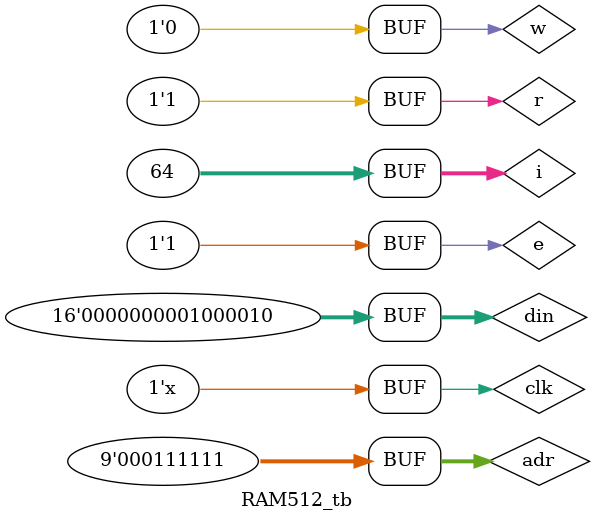
<source format=v>
module RAM512_tb ;

    wire [15:0] dout ;
    reg [15:0] din ;
    reg e,clk,w,r ;
    reg [8:0] adr ;
    integer i ;

    initial 
        begin 
            e = 1'b1 ;
            clk = 1'b1 ;
        end

    always 
        begin 
            clk = ~clk ; #3 ;
        end

    always 
        begin
            for(i=0;i<64;i=i+1)
                begin
                    din = i ; adr = i ; w =1'b1 ; r = 1'b0 ; #10 ;
                end
            din = din+3 ;
            for(i=0;i<64;i=i+1)
                begin
                    adr = i ; w =1'b0 ; r = 1'b1 ; #10 ;
                end

        end


RAM512 ra(e,din,clk,adr,w,r,dout) ;

endmodule

</source>
